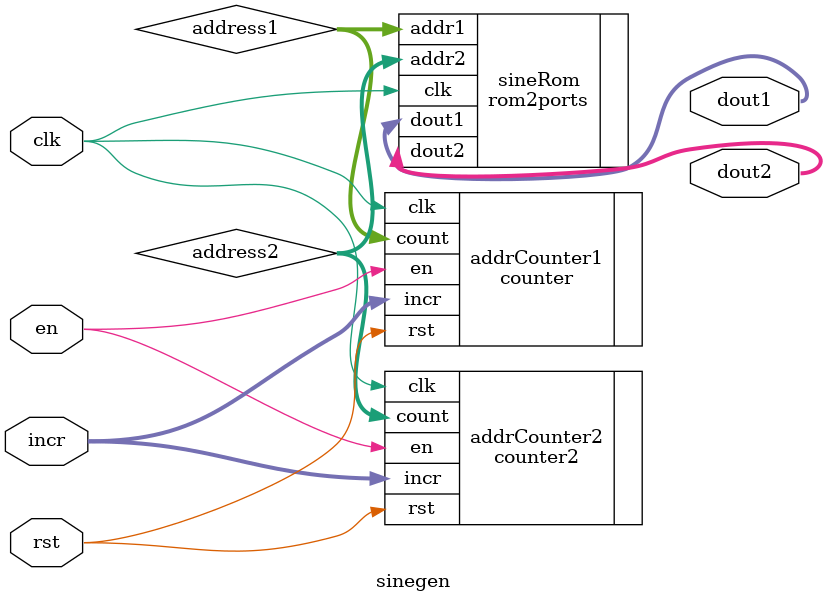
<source format=sv>
module sinegen #(
        parameter   A_WIDTH = 8,
                    D_WIDTH = 8
)(
    input   logic                   clk,
    input   logic                   rst,
    input   logic                   en,
    input   logic   [D_WIDTH-1:0]   incr,
    output  logic   [D_WIDTH-1:0]   dout1,
    output  logic   [D_WIDTH-1:0]   dout2
);

    logic   [A_WIDTH-1:0]           address1;
    logic   [A_WIDTH-1:0]           address2;


counter addrCounter1(
    .clk (clk),
    .rst (rst),
    .en (en),
    .incr (incr),
    .count (address1)
);

counter2 addrCounter2(
    .clk (clk),
    .rst (rst),
    .en (en),
    .incr (incr),
    .count (address2)
);

rom2ports sineRom (
    .clk (clk),
    .addr1 (address1),
    .addr2 (address2),
    .dout1 (dout1),
    .dout2 (dout2)
);

endmodule

</source>
